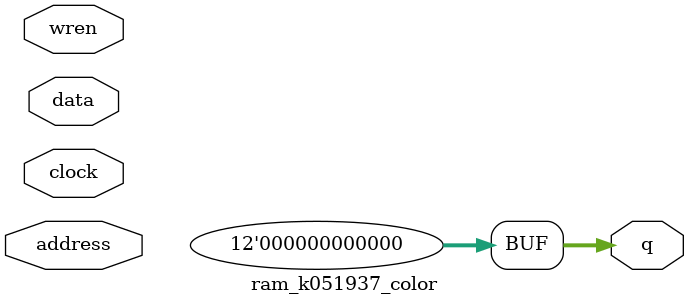
<source format=v>
module ram_k051937_color(	// file.cleaned.mlir:2:3
  input  [7:0]  address,	// file.cleaned.mlir:2:35
  input         clock,	// file.cleaned.mlir:2:53
  input  [11:0] data,	// file.cleaned.mlir:2:69
  input         wren,	// file.cleaned.mlir:2:85
  output [11:0] q	// file.cleaned.mlir:2:101
);

  assign q = 12'h0;	// file.cleaned.mlir:3:15, :4:5
endmodule


</source>
